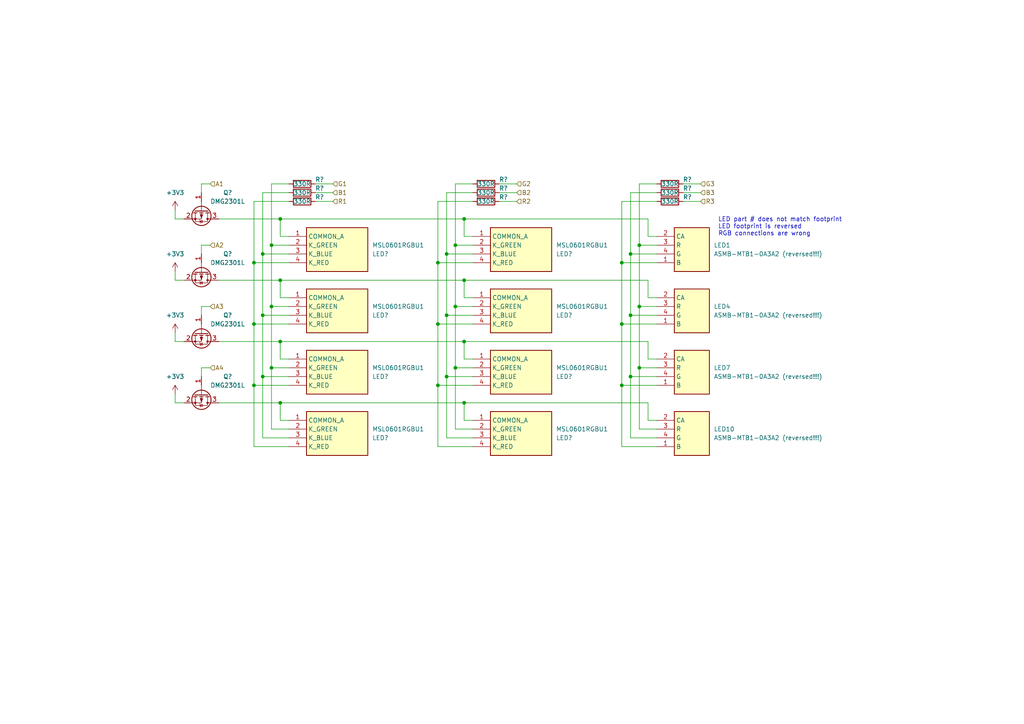
<source format=kicad_sch>
(kicad_sch (version 20230121) (generator eeschema)
  (paper "A4")
  (lib_symbols
    (symbol "Device:R" (pin_numbers hide) (pin_names (offset 0))
      (property "Reference" "R" (at 2.032 0 90))
      (property "Value" "R" (at 0 0 90))
      (symbol "R_0_1"
        (rectangle (start -1.016 -2.54) (end 1.016 2.54) (stroke (width 0.254)))
      )
      (symbol "R_1_1"
        (pin passive line (at 0 3.81 270) (length 1.27) (name "~") (number "1"))
        (pin passive line (at 0 -3.81 90) (length 1.27) (name "~") (number "2"))
      )
    )
    (symbol "HSMF-A341-A00J1:HSMF-A341-A00J1"
      (property "Reference" "LED" (at 0 7.62 0))
      (property "Value" "HSMF-A341-A00J1" (at 0 5.08 0))
      (symbol "HSMF-A341-A00J1_1_1"
        (rectangle (start 5.08 2.54) (end 15.24 -10.16) (stroke (width 0.254)) (fill (type background)))
        (pin passive line (at 0 -7.62 0) (length 5.08) (name "B") (number "1"))
        (pin passive line (at 0 0 0) (length 5.08) (name "CA") (number "2"))
        (pin passive line (at 0 -2.54 0) (length 5.08) (name "R") (number "3"))
        (pin passive line (at 0 -5.08 0) (length 5.08) (name "G") (number "4"))
      )
    )
    (symbol "MSL0601RGBU1:MSL0601RGBU1"
      (property "Reference" "LED" (at 24.13 7.62 0))
      (property "Value" "MSL0601RGBU1" (at 24.13 5.08 0))
      (symbol "MSL0601RGBU1_1_1"
        (rectangle (start 5.08 2.54) (end 22.86 -10.16) (stroke (width 0.254)) (fill (type background)))
        (pin passive line (at 0 -7.62 0) (length 5.08) (name "COMMON_A") (number "1"))
        (pin passive line (at 0 -5.08 0) (length 5.08) (name "K_GREEN") (number "2"))
        (pin passive line (at 0 -2.54 0) (length 5.08) (name "K_BLUE") (number "3"))
        (pin passive line (at 0 0 0) (length 5.08) (name "K_RED") (number "4"))
      )
    )
    (symbol "Transistor_FET:DMG2301L" (pin_names hide)
      (property "Reference" "Q" (at 5.08 1.905 0))
      (property "Value" "DMG2301L" (at 5.08 0 0))
      (symbol "DMG2301L_0_1"
        (polyline (pts (xy 0.254 0) (xy -2.54 0)))
        (polyline (pts (xy 0.254 1.905) (xy 0.254 -1.905)) (stroke (width 0.254)))
        (polyline (pts (xy 0.762 -1.27) (xy 0.762 -2.286)) (stroke (width 0.254)))
        (polyline (pts (xy 0.762 0.508) (xy 0.762 -0.508)) (stroke (width 0.254)))
        (polyline (pts (xy 0.762 2.286) (xy 0.762 1.27)) (stroke (width 0.254)))
        (polyline (pts (xy 2.54 2.54) (xy 2.54 1.778)))
        (polyline (pts (xy 2.54 -2.54) (xy 2.54 0) (xy 0.762 0)))
        (polyline (pts (xy 0.762 1.778) (xy 3.302 1.778) (xy 3.302 -1.778) (xy 0.762 -1.778)))
        (polyline (pts (xy 2.286 0) (xy 1.27 0.381) (xy 1.27 -0.381) (xy 2.286 0)) (fill (type outline)))
        (polyline (pts (xy 2.794 -0.508) (xy 2.921 -0.381) (xy 3.683 -0.381) (xy 3.81 -0.254)))
        (polyline (pts (xy 3.302 -0.381) (xy 2.921 0.254) (xy 3.683 0.254) (xy 3.302 -0.381)))
        (circle (center 1.651 0) (radius 2.794) (stroke (width 0.254)))
        (circle (center 2.54 -1.778) (radius 0.254) (fill (type outline)))
        (circle (center 2.54 1.778) (radius 0.254) (fill (type outline)))
      )
      (symbol "DMG2301L_1_1"
        (pin input line (at -5.08 0 0) (length 2.54) (name "G") (number "1"))
        (pin passive line (at 2.54 -5.08 90) (length 2.54) (name "S") (number "2"))
        (pin passive line (at 2.54 5.08 270) (length 2.54) (name "D") (number "3"))
      )
    )
    (symbol "power:+3V3" (power) (pin_names (offset 0))
      (property "Value" "+3V3" (at 0 3.556 0))
      (symbol "+3V3_0_1"
        (polyline (pts (xy -0.762 1.27) (xy 0 2.54)))
        (polyline (pts (xy 0 0) (xy 0 2.54)))
        (polyline (pts (xy 0 2.54) (xy 0.762 1.27)))
      )
      (symbol "+3V3_1_1"
        (pin power_in line (at 0 0 90) (length 0) hide (name "+3V3") (number "1"))
      )
    )
  )
  (junction (at 81.28 81.28))
  (junction (at 134.62 63.5))
  (junction (at 78.74 88.9))
  (junction (at 78.74 71.12))
  (junction (at 129.54 91.44))
  (junction (at 180.34 111.76))
  (junction (at 180.34 76.2))
  (junction (at 73.66 93.98))
  (junction (at 81.28 116.84))
  (junction (at 127 76.2))
  (junction (at 81.28 99.06))
  (junction (at 129.54 73.66))
  (junction (at 81.28 63.5))
  (junction (at 134.62 99.06))
  (junction (at 76.2 73.66))
  (junction (at 132.08 88.9))
  (junction (at 78.74 106.68))
  (junction (at 127 93.98))
  (junction (at 132.08 106.68))
  (junction (at 73.66 76.2))
  (junction (at 182.88 109.22))
  (junction (at 134.62 116.84))
  (junction (at 134.62 81.28))
  (junction (at 185.42 71.12))
  (junction (at 180.34 93.98))
  (junction (at 73.66 111.76))
  (junction (at 185.42 106.68))
  (junction (at 185.42 88.9))
  (junction (at 76.2 109.22))
  (junction (at 182.88 73.66))
  (junction (at 129.54 109.22))
  (junction (at 132.08 71.12))
  (junction (at 76.2 91.44))
  (junction (at 182.88 91.44))
  (junction (at 127 111.76))
  (wire (pts (xy 185.42 106.68) (xy 185.42 88.9)))
  (wire (pts (xy 50.8 81.28) (xy 53.34 81.28)))
  (wire (pts (xy 180.34 111.76) (xy 190.5 111.76)))
  (wire (pts (xy 63.5 81.28) (xy 81.28 81.28)))
  (wire (pts (xy 190.5 55.88) (xy 182.88 55.88)))
  (wire (pts (xy 134.62 116.84) (xy 134.62 121.92)))
  (wire (pts (xy 180.34 93.98) (xy 190.5 93.98)))
  (wire (pts (xy 127 76.2) (xy 137.16 76.2)))
  (wire (pts (xy 91.44 53.34) (xy 96.52 53.34)))
  (wire (pts (xy 180.34 58.42) (xy 190.5 58.42)))
  (wire (pts (xy 81.28 81.28) (xy 81.28 86.36)))
  (wire (pts (xy 132.08 88.9) (xy 137.16 88.9)))
  (wire (pts (xy 127 111.76) (xy 137.16 111.76)))
  (wire (pts (xy 187.96 86.36) (xy 190.5 86.36)))
  (wire (pts (xy 76.2 91.44) (xy 83.82 91.44)))
  (wire (pts (xy 185.42 106.68) (xy 190.5 106.68)))
  (wire (pts (xy 180.34 129.54) (xy 180.34 111.76)))
  (wire (pts (xy 60.96 106.68) (xy 58.42 106.68)))
  (wire (pts (xy 78.74 106.68) (xy 78.74 124.46)))
  (wire (pts (xy 78.74 71.12) (xy 78.74 53.34)))
  (wire (pts (xy 132.08 53.34) (xy 137.16 53.34)))
  (wire (pts (xy 137.16 55.88) (xy 129.54 55.88)))
  (wire (pts (xy 134.62 63.5) (xy 187.96 63.5)))
  (wire (pts (xy 187.96 63.5) (xy 187.96 68.58)))
  (wire (pts (xy 78.74 88.9) (xy 83.82 88.9)))
  (wire (pts (xy 134.62 81.28) (xy 134.62 86.36)))
  (wire (pts (xy 73.66 58.42) (xy 83.82 58.42)))
  (wire (pts (xy 129.54 91.44) (xy 129.54 109.22)))
  (wire (pts (xy 180.34 111.76) (xy 180.34 93.98)))
  (wire (pts (xy 91.44 58.42) (xy 96.52 58.42)))
  (wire (pts (xy 60.96 53.34) (xy 58.42 53.34)))
  (wire (pts (xy 129.54 91.44) (xy 137.16 91.44)))
  (wire (pts (xy 127 111.76) (xy 127 93.98)))
  (wire (pts (xy 185.42 53.34) (xy 190.5 53.34)))
  (wire (pts (xy 198.12 53.34) (xy 203.2 53.34)))
  (wire (pts (xy 58.42 88.9) (xy 58.42 91.44)))
  (wire (pts (xy 144.78 55.88) (xy 149.86 55.88)))
  (wire (pts (xy 127 129.54) (xy 127 111.76)))
  (wire (pts (xy 60.96 88.9) (xy 58.42 88.9)))
  (wire (pts (xy 144.78 53.34) (xy 149.86 53.34)))
  (wire (pts (xy 182.88 73.66) (xy 182.88 91.44)))
  (wire (pts (xy 73.66 93.98) (xy 83.82 93.98)))
  (wire (pts (xy 180.34 93.98) (xy 180.34 76.2)))
  (wire (pts (xy 73.66 111.76) (xy 73.66 129.54)))
  (wire (pts (xy 58.42 71.12) (xy 58.42 73.66)))
  (wire (pts (xy 81.28 86.36) (xy 83.82 86.36)))
  (wire (pts (xy 134.62 86.36) (xy 137.16 86.36)))
  (wire (pts (xy 190.5 124.46) (xy 185.42 124.46)))
  (wire (pts (xy 185.42 53.34) (xy 185.42 71.12)))
  (wire (pts (xy 185.42 88.9) (xy 185.42 71.12)))
  (wire (pts (xy 132.08 53.34) (xy 132.08 71.12)))
  (wire (pts (xy 134.62 63.5) (xy 134.62 68.58)))
  (wire (pts (xy 73.66 93.98) (xy 73.66 111.76)))
  (wire (pts (xy 180.34 76.2) (xy 190.5 76.2)))
  (wire (pts (xy 73.66 76.2) (xy 73.66 58.42)))
  (wire (pts (xy 134.62 81.28) (xy 81.28 81.28)))
  (wire (pts (xy 78.74 88.9) (xy 78.74 106.68)))
  (wire (pts (xy 50.8 96.52) (xy 50.8 99.06)))
  (wire (pts (xy 83.82 76.2) (xy 73.66 76.2)))
  (wire (pts (xy 129.54 73.66) (xy 129.54 91.44)))
  (wire (pts (xy 134.62 116.84) (xy 187.96 116.84)))
  (wire (pts (xy 137.16 124.46) (xy 132.08 124.46)))
  (wire (pts (xy 185.42 88.9) (xy 190.5 88.9)))
  (wire (pts (xy 132.08 71.12) (xy 137.16 71.12)))
  (wire (pts (xy 187.96 104.14) (xy 187.96 99.06)))
  (wire (pts (xy 182.88 109.22) (xy 190.5 109.22)))
  (wire (pts (xy 50.8 114.3) (xy 50.8 116.84)))
  (wire (pts (xy 83.82 71.12) (xy 78.74 71.12)))
  (wire (pts (xy 132.08 124.46) (xy 132.08 106.68)))
  (wire (pts (xy 137.16 129.54) (xy 127 129.54)))
  (wire (pts (xy 182.88 55.88) (xy 182.88 73.66)))
  (wire (pts (xy 76.2 91.44) (xy 76.2 109.22)))
  (wire (pts (xy 134.62 99.06) (xy 81.28 99.06)))
  (wire (pts (xy 180.34 58.42) (xy 180.34 76.2)))
  (wire (pts (xy 58.42 53.34) (xy 58.42 55.88)))
  (wire (pts (xy 83.82 73.66) (xy 76.2 73.66)))
  (wire (pts (xy 132.08 106.68) (xy 137.16 106.68)))
  (wire (pts (xy 50.8 99.06) (xy 53.34 99.06)))
  (wire (pts (xy 134.62 116.84) (xy 81.28 116.84)))
  (wire (pts (xy 83.82 68.58) (xy 81.28 68.58)))
  (wire (pts (xy 129.54 127) (xy 137.16 127)))
  (wire (pts (xy 187.96 86.36) (xy 187.96 81.28)))
  (wire (pts (xy 76.2 109.22) (xy 83.82 109.22)))
  (wire (pts (xy 134.62 104.14) (xy 137.16 104.14)))
  (wire (pts (xy 134.62 99.06) (xy 134.62 104.14)))
  (wire (pts (xy 144.78 58.42) (xy 149.86 58.42)))
  (wire (pts (xy 63.5 99.06) (xy 81.28 99.06)))
  (wire (pts (xy 50.8 116.84) (xy 53.34 116.84)))
  (wire (pts (xy 127 58.42) (xy 137.16 58.42)))
  (wire (pts (xy 198.12 58.42) (xy 203.2 58.42)))
  (wire (pts (xy 187.96 104.14) (xy 190.5 104.14)))
  (wire (pts (xy 50.8 60.96) (xy 50.8 63.5)))
  (wire (pts (xy 81.28 63.5) (xy 134.62 63.5)))
  (wire (pts (xy 134.62 81.28) (xy 187.96 81.28)))
  (wire (pts (xy 58.42 106.68) (xy 58.42 109.22)))
  (wire (pts (xy 78.74 106.68) (xy 83.82 106.68)))
  (wire (pts (xy 137.16 68.58) (xy 134.62 68.58)))
  (wire (pts (xy 129.54 55.88) (xy 129.54 73.66)))
  (wire (pts (xy 127 93.98) (xy 137.16 93.98)))
  (wire (pts (xy 134.62 99.06) (xy 187.96 99.06)))
  (wire (pts (xy 76.2 109.22) (xy 76.2 127)))
  (wire (pts (xy 78.74 53.34) (xy 83.82 53.34)))
  (wire (pts (xy 63.5 63.5) (xy 81.28 63.5)))
  (wire (pts (xy 60.96 71.12) (xy 58.42 71.12)))
  (wire (pts (xy 76.2 73.66) (xy 76.2 91.44)))
  (wire (pts (xy 50.8 78.74) (xy 50.8 81.28)))
  (wire (pts (xy 190.5 129.54) (xy 180.34 129.54)))
  (wire (pts (xy 73.66 76.2) (xy 73.66 93.98)))
  (wire (pts (xy 185.42 71.12) (xy 190.5 71.12)))
  (wire (pts (xy 73.66 129.54) (xy 83.82 129.54)))
  (wire (pts (xy 129.54 109.22) (xy 129.54 127)))
  (wire (pts (xy 185.42 124.46) (xy 185.42 106.68)))
  (wire (pts (xy 182.88 91.44) (xy 190.5 91.44)))
  (wire (pts (xy 182.88 127) (xy 190.5 127)))
  (wire (pts (xy 81.28 121.92) (xy 83.82 121.92)))
  (wire (pts (xy 198.12 55.88) (xy 203.2 55.88)))
  (wire (pts (xy 129.54 109.22) (xy 137.16 109.22)))
  (wire (pts (xy 190.5 73.66) (xy 182.88 73.66)))
  (wire (pts (xy 50.8 63.5) (xy 53.34 63.5)))
  (wire (pts (xy 63.5 116.84) (xy 81.28 116.84)))
  (wire (pts (xy 73.66 111.76) (xy 83.82 111.76)))
  (wire (pts (xy 81.28 68.58) (xy 81.28 63.5)))
  (wire (pts (xy 182.88 91.44) (xy 182.88 109.22)))
  (wire (pts (xy 132.08 88.9) (xy 132.08 71.12)))
  (wire (pts (xy 127 93.98) (xy 127 76.2)))
  (wire (pts (xy 134.62 121.92) (xy 137.16 121.92)))
  (wire (pts (xy 81.28 116.84) (xy 81.28 121.92)))
  (wire (pts (xy 187.96 121.92) (xy 190.5 121.92)))
  (wire (pts (xy 76.2 127) (xy 83.82 127)))
  (wire (pts (xy 182.88 109.22) (xy 182.88 127)))
  (wire (pts (xy 127 58.42) (xy 127 76.2)))
  (wire (pts (xy 81.28 99.06) (xy 81.28 104.14)))
  (wire (pts (xy 190.5 68.58) (xy 187.96 68.58)))
  (wire (pts (xy 78.74 124.46) (xy 83.82 124.46)))
  (wire (pts (xy 132.08 106.68) (xy 132.08 88.9)))
  (wire (pts (xy 81.28 104.14) (xy 83.82 104.14)))
  (wire (pts (xy 78.74 71.12) (xy 78.74 88.9)))
  (wire (pts (xy 91.44 55.88) (xy 96.52 55.88)))
  (wire (pts (xy 83.82 55.88) (xy 76.2 55.88)))
  (wire (pts (xy 137.16 73.66) (xy 129.54 73.66)))
  (wire (pts (xy 76.2 55.88) (xy 76.2 73.66)))
  (wire (pts (xy 187.96 121.92) (xy 187.96 116.84)))
  (text "LED part # does not match footprint\nLED footprint is reversed\nRGB connections are wrong" (at 208.28 68.58 0) (effects (font (size 1.27 1.27)) (justify left bottom)))
  (hierarchical_label "R2" (shape input) (at 149.86 58.42 0))
  (hierarchical_label "G2" (shape input) (at 149.86 53.34 0))
  (hierarchical_label "A2" (shape input) (at 60.96 71.12 0))
  (hierarchical_label "G3" (shape input) (at 203.2 53.34 0))
  (hierarchical_label "A3" (shape input) (at 60.96 88.9 0))
  (hierarchical_label "A4" (shape input) (at 60.96 106.68 0))
  (hierarchical_label "R3" (shape input) (at 203.2 58.42 0))
  (hierarchical_label "G1" (shape input) (at 96.52 53.34 0))
  (hierarchical_label "A1" (shape input) (at 60.96 53.34 0))
  (hierarchical_label "R1" (shape input) (at 96.52 58.42 0))
  (hierarchical_label "B3" (shape input) (at 203.2 55.88 0))
  (hierarchical_label "B2" (shape input) (at 149.86 55.88 0))
  (hierarchical_label "B1" (shape input) (at 96.52 55.88 0))
  (symbol (lib_id "power:+3V3") (at 50.8 78.74 0) (unit 1)
    (property "Reference" "#PWR053" (effects hide))
    (property "Value" "+3V3" (at 50.8 73.66 0))
  )
  (symbol (lib_id "Device:R") (at 194.31 58.42 270) (mirror x) (unit 1)
    (property "Reference" "R?" (at 199.39 57.15 90))
    (property "Value" "330R" (at 194.31 58.42 90))
    (property "Footprint" "Resistor_SMD:R_0402_1005Metric_Pad0.72x0.64mm_HandSolder" (effects hide))
    (instances (project "portal_lights" (path "" (reference "R?") (unit 1)) (path "" (reference "R?") (unit 1)) (path "" (reference "R25") (unit 1))))
  )
  (symbol (lib_id "Transistor_FET:DMG2301L") (at 58.42 114.3 270) (unit 1)
    (property "Reference" "Q?" (at 66.04 109.22 90))
    (property "Value" "DMG2301L" (at 66.04 111.76 90))
    (property "Footprint" "Package_TO_SOT_SMD:SOT-23" (effects hide))
    (property "Datasheet" "https://www.diodes.com/assets/Datasheets/DMG2301L.pdf" (effects hide))
    (instances (project "portal_lights" (path "" (reference "Q?") (unit 1)) (path "" (reference "Q4") (unit 1))))
  )
  (symbol (lib_id "Transistor_FET:DMG2301L") (at 58.42 96.52 270) (unit 1)
    (property "Reference" "Q?" (at 66.04 91.44 90))
    (property "Value" "DMG2301L" (at 66.04 93.98 90))
    (property "Footprint" "Package_TO_SOT_SMD:SOT-23" (effects hide))
    (property "Datasheet" "https://www.diodes.com/assets/Datasheets/DMG2301L.pdf" (effects hide))
    (instances (project "portal_lights" (path "" (reference "Q?") (unit 1)) (path "" (reference "Q3") (unit 1))))
  )
  (symbol (lib_id "MSL0601RGBU1:MSL0601RGBU1") (at 137.16 76.2 0) (mirror x) (unit 1)
    (property "Reference" "LED?" (at 161.29 73.66 0) (effects (justify left)))
    (property "Value" "MSL0601RGBU1" (at 161.29 71.12 0) (effects (justify left)))
    (property "Footprint" "Library:MSL0601RGBU1" (effects hide))
    (property "Datasheet" "https://datasheet.datasheetarchive.com/originals/distributors/DKDS42/DSANUWW0049811.pdf" (effects hide))
    (property "Height" "1.35" (effects hide))
    (property "Mouser Part Number" "755-MSL0601RGBU1" (effects hide))
    (property "Mouser Price/Stock" "https://www.mouser.co.uk/ProductDetail/ROHM-Semiconductor/MSL0601RGBU1?qs=F5EMLAvA7IAg0rK0mfHa6w%3D%3D" (effects hide))
    (property "Manufacturer_Name" "ROHM Semiconductor" (effects hide))
    (property "Manufacturer_Part_Number" "MSL0601RGBU1" (effects hide))
    (instances (project "portal_lights" (path "" (reference "LED?") (unit 1)) (path "" (reference "LED3") (unit 1))))
  )
  (symbol (lib_id "MSL0601RGBU1:MSL0601RGBU1") (at 83.82 93.98 0) (mirror x) (unit 1)
    (property "Reference" "LED?" (at 107.95 91.44 0) (effects (justify left)))
    (property "Value" "MSL0601RGBU1" (at 107.95 88.9 0) (effects (justify left)))
    (property "Footprint" "Library:MSL0601RGBU1" (effects hide))
    (property "Datasheet" "https://datasheet.datasheetarchive.com/originals/distributors/DKDS42/DSANUWW0049811.pdf" (effects hide))
    (property "Height" "1.35" (effects hide))
    (property "Mouser Part Number" "755-MSL0601RGBU1" (effects hide))
    (property "Mouser Price/Stock" "https://www.mouser.co.uk/ProductDetail/ROHM-Semiconductor/MSL0601RGBU1?qs=F5EMLAvA7IAg0rK0mfHa6w%3D%3D" (effects hide))
    (property "Manufacturer_Name" "ROHM Semiconductor" (effects hide))
    (property "Manufacturer_Part_Number" "MSL0601RGBU1" (effects hide))
    (instances (project "portal_lights" (path "" (reference "LED?") (unit 1)) (path "" (reference "LED5") (unit 1))))
  )
  (symbol (lib_id "power:+3V3") (at 50.8 60.96 0) (unit 1)
    (property "Reference" "#PWR052" (effects hide))
    (property "Value" "+3V3" (at 50.8 55.88 0))
  )
  (symbol (lib_id "Device:R") (at 87.63 58.42 270) (mirror x) (unit 1)
    (property "Reference" "R?" (at 92.71 57.15 90))
    (property "Value" "330R" (at 87.63 58.42 90))
    (property "Footprint" "Resistor_SMD:R_0402_1005Metric_Pad0.72x0.64mm_HandSolder" (effects hide))
    (instances (project "portal_lights" (path "" (reference "R?") (unit 1)) (path "" (reference "R?") (unit 1)) (path "" (reference "R23") (unit 1))))
  )
  (symbol (lib_id "Transistor_FET:DMG2301L") (at 58.42 78.74 270) (unit 1)
    (property "Reference" "Q?" (at 66.04 73.66 90))
    (property "Value" "DMG2301L" (at 66.04 76.2 90))
    (property "Footprint" "Package_TO_SOT_SMD:SOT-23" (effects hide))
    (property "Datasheet" "https://www.diodes.com/assets/Datasheets/DMG2301L.pdf" (effects hide))
    (instances (project "portal_lights" (path "" (reference "Q?") (unit 1)) (path "" (reference "Q2") (unit 1))))
  )
  (symbol (lib_id "Device:R") (at 87.63 55.88 270) (mirror x) (unit 1)
    (property "Reference" "R?" (at 92.71 54.61 90))
    (property "Value" "330R" (at 87.63 55.88 90))
    (property "Footprint" "Resistor_SMD:R_0402_1005Metric_Pad0.72x0.64mm_HandSolder" (effects hide))
    (instances (project "portal_lights" (path "" (reference "R?") (unit 1)) (path "" (reference "R?") (unit 1)) (path "" (reference "R20") (unit 1))))
  )
  (symbol (lib_id "HSMF-A341-A00J1:HSMF-A341-A00J1") (at 190.5 104.14 0) (unit 1)
    (property "Reference" "LED7" (at 207.01 106.68 0) (effects (justify left)))
    (property "Value" "ASMB-MTB1-0A3A2 (reversed!!!)" (at 207.01 109.22 0) (effects (justify left)))
    (property "Footprint" "Library:HSMFA341A00J1" (effects hide))
    (property "Datasheet" "https://docs.broadcom.com/docs/AV02-0501EN" (effects hide))
    (property "Height" "2.1" (effects hide))
    (property "Mouser Part Number" "630-HSMF-A341-A00J1" (effects hide))
    (property "Mouser Price/Stock" "https://www.mouser.co.uk/ProductDetail/Broadcom-Avago/HSMF-A341-A00J1?qs=YDL0qNrpDT5s6%2F5XS39uEQ%3D%3D" (effects hide))
    (property "Manufacturer_Name" "Avago Technologies" (effects hide))
    (property "Manufacturer_Part_Number" "HSMF-A341-A00J1" (effects hide))
  )
  (symbol (lib_id "MSL0601RGBU1:MSL0601RGBU1") (at 83.82 111.76 0) (mirror x) (unit 1)
    (property "Reference" "LED?" (at 107.95 109.22 0) (effects (justify left)))
    (property "Value" "MSL0601RGBU1" (at 107.95 106.68 0) (effects (justify left)))
    (property "Footprint" "Library:MSL0601RGBU1" (effects hide))
    (property "Datasheet" "https://datasheet.datasheetarchive.com/originals/distributors/DKDS42/DSANUWW0049811.pdf" (effects hide))
    (property "Height" "1.35" (effects hide))
    (property "Mouser Part Number" "755-MSL0601RGBU1" (effects hide))
    (property "Mouser Price/Stock" "https://www.mouser.co.uk/ProductDetail/ROHM-Semiconductor/MSL0601RGBU1?qs=F5EMLAvA7IAg0rK0mfHa6w%3D%3D" (effects hide))
    (property "Manufacturer_Name" "ROHM Semiconductor" (effects hide))
    (property "Manufacturer_Part_Number" "MSL0601RGBU1" (effects hide))
    (instances (project "portal_lights" (path "" (reference "LED?") (unit 1)) (path "" (reference "LED8") (unit 1))))
  )
  (symbol (lib_id "Device:R") (at 194.31 53.34 270) (mirror x) (unit 1)
    (property "Reference" "R?" (at 199.39 52.07 90))
    (property "Value" "330R" (at 194.31 53.34 90))
    (property "Footprint" "Resistor_SMD:R_0402_1005Metric_Pad0.72x0.64mm_HandSolder" (effects hide))
    (instances (project "portal_lights" (path "" (reference "R?") (unit 1)) (path "" (reference "R?") (unit 1)) (path "" (reference "R19") (unit 1))))
  )
  (symbol (lib_id "MSL0601RGBU1:MSL0601RGBU1") (at 83.82 129.54 0) (mirror x) (unit 1)
    (property "Reference" "LED?" (at 107.95 127 0) (effects (justify left)))
    (property "Value" "MSL0601RGBU1" (at 107.95 124.46 0) (effects (justify left)))
    (property "Footprint" "Library:MSL0601RGBU1" (effects hide))
    (property "Datasheet" "https://datasheet.datasheetarchive.com/originals/distributors/DKDS42/DSANUWW0049811.pdf" (effects hide))
    (property "Height" "1.35" (effects hide))
    (property "Mouser Part Number" "755-MSL0601RGBU1" (effects hide))
    (property "Mouser Price/Stock" "https://www.mouser.co.uk/ProductDetail/ROHM-Semiconductor/MSL0601RGBU1?qs=F5EMLAvA7IAg0rK0mfHa6w%3D%3D" (effects hide))
    (property "Manufacturer_Name" "ROHM Semiconductor" (effects hide))
    (property "Manufacturer_Part_Number" "MSL0601RGBU1" (effects hide))
    (instances (project "portal_lights" (path "" (reference "LED?") (unit 1)) (path "" (reference "LED11") (unit 1))))
  )
  (symbol (lib_id "power:+3V3") (at 50.8 96.52 0) (unit 1)
    (property "Reference" "#PWR054" (effects hide))
    (property "Value" "+3V3" (at 50.8 91.44 0))
  )
  (symbol (lib_id "HSMF-A341-A00J1:HSMF-A341-A00J1") (at 190.5 68.58 0) (unit 1)
    (property "Reference" "LED1" (at 207.01 71.12 0) (effects (justify left)))
    (property "Value" "ASMB-MTB1-0A3A2 (reversed!!!)" (at 207.01 73.66 0) (effects (justify left)))
    (property "Footprint" "Library:HSMFA341A00J1" (effects hide))
    (property "Datasheet" "https://docs.broadcom.com/docs/AV02-0501EN" (effects hide))
    (property "Height" "2.1" (effects hide))
    (property "Mouser Part Number" "630-HSMF-A341-A00J1" (effects hide))
    (property "Mouser Price/Stock" "https://www.mouser.co.uk/ProductDetail/Broadcom-Avago/HSMF-A341-A00J1?qs=YDL0qNrpDT5s6%2F5XS39uEQ%3D%3D" (effects hide))
    (property "Manufacturer_Name" "Avago Technologies" (effects hide))
    (property "Manufacturer_Part_Number" "HSMF-A341-A00J1" (effects hide))
  )
  (symbol (lib_id "HSMF-A341-A00J1:HSMF-A341-A00J1") (at 190.5 121.92 0) (unit 1)
    (property "Reference" "LED10" (at 207.01 124.46 0) (effects (justify left)))
    (property "Value" "ASMB-MTB1-0A3A2 (reversed!!!)" (at 207.01 127 0) (effects (justify left)))
    (property "Footprint" "Library:HSMFA341A00J1" (effects hide))
    (property "Datasheet" "https://docs.broadcom.com/docs/AV02-0501EN" (effects hide))
    (property "Height" "2.1" (effects hide))
    (property "Mouser Part Number" "630-HSMF-A341-A00J1" (effects hide))
    (property "Mouser Price/Stock" "https://www.mouser.co.uk/ProductDetail/Broadcom-Avago/HSMF-A341-A00J1?qs=YDL0qNrpDT5s6%2F5XS39uEQ%3D%3D" (effects hide))
    (property "Manufacturer_Name" "Avago Technologies" (effects hide))
    (property "Manufacturer_Part_Number" "HSMF-A341-A00J1" (effects hide))
  )
  (symbol (lib_id "MSL0601RGBU1:MSL0601RGBU1") (at 137.16 111.76 0) (mirror x) (unit 1)
    (property "Reference" "LED?" (at 161.29 109.22 0) (effects (justify left)))
    (property "Value" "MSL0601RGBU1" (at 161.29 106.68 0) (effects (justify left)))
    (property "Footprint" "Library:MSL0601RGBU1" (effects hide))
    (property "Datasheet" "https://datasheet.datasheetarchive.com/originals/distributors/DKDS42/DSANUWW0049811.pdf" (effects hide))
    (property "Height" "1.35" (effects hide))
    (property "Mouser Part Number" "755-MSL0601RGBU1" (effects hide))
    (property "Mouser Price/Stock" "https://www.mouser.co.uk/ProductDetail/ROHM-Semiconductor/MSL0601RGBU1?qs=F5EMLAvA7IAg0rK0mfHa6w%3D%3D" (effects hide))
    (property "Manufacturer_Name" "ROHM Semiconductor" (effects hide))
    (property "Manufacturer_Part_Number" "MSL0601RGBU1" (effects hide))
    (instances (project "portal_lights" (path "" (reference "LED?") (unit 1)) (path "" (reference "LED9") (unit 1))))
  )
  (symbol (lib_id "MSL0601RGBU1:MSL0601RGBU1") (at 137.16 93.98 0) (mirror x) (unit 1)
    (property "Reference" "LED?" (at 161.29 91.44 0) (effects (justify left)))
    (property "Value" "MSL0601RGBU1" (at 161.29 88.9 0) (effects (justify left)))
    (property "Footprint" "Library:MSL0601RGBU1" (effects hide))
    (property "Datasheet" "https://datasheet.datasheetarchive.com/originals/distributors/DKDS42/DSANUWW0049811.pdf" (effects hide))
    (property "Height" "1.35" (effects hide))
    (property "Mouser Part Number" "755-MSL0601RGBU1" (effects hide))
    (property "Mouser Price/Stock" "https://www.mouser.co.uk/ProductDetail/ROHM-Semiconductor/MSL0601RGBU1?qs=F5EMLAvA7IAg0rK0mfHa6w%3D%3D" (effects hide))
    (property "Manufacturer_Name" "ROHM Semiconductor" (effects hide))
    (property "Manufacturer_Part_Number" "MSL0601RGBU1" (effects hide))
    (instances (project "portal_lights" (path "" (reference "LED?") (unit 1)) (path "" (reference "LED6") (unit 1))))
  )
  (symbol (lib_id "Device:R") (at 140.97 55.88 270) (mirror x) (unit 1)
    (property "Reference" "R?" (at 146.05 54.61 90))
    (property "Value" "330R" (at 140.97 55.88 90))
    (property "Footprint" "Resistor_SMD:R_0402_1005Metric_Pad0.72x0.64mm_HandSolder" (effects hide))
    (instances (project "portal_lights" (path "" (reference "R?") (unit 1)) (path "" (reference "R?") (unit 1)) (path "" (reference "R21") (unit 1))))
  )
  (symbol (lib_id "Device:R") (at 194.31 55.88 270) (mirror x) (unit 1)
    (property "Reference" "R?" (at 199.39 54.61 90))
    (property "Value" "330R" (at 194.31 55.88 90))
    (property "Footprint" "Resistor_SMD:R_0402_1005Metric_Pad0.72x0.64mm_HandSolder" (effects hide))
    (instances (project "portal_lights" (path "" (reference "R?") (unit 1)) (path "" (reference "R?") (unit 1)) (path "" (reference "R22") (unit 1))))
  )
  (symbol (lib_id "Device:R") (at 140.97 53.34 270) (mirror x) (unit 1)
    (property "Reference" "R?" (at 146.05 52.07 90))
    (property "Value" "330R" (at 140.97 53.34 90))
    (property "Footprint" "Resistor_SMD:R_0402_1005Metric_Pad0.72x0.64mm_HandSolder" (effects hide))
    (instances (project "portal_lights" (path "" (reference "R?") (unit 1)) (path "" (reference "R?") (unit 1)) (path "" (reference "R18") (unit 1))))
  )
  (symbol (lib_id "HSMF-A341-A00J1:HSMF-A341-A00J1") (at 190.5 86.36 0) (unit 1)
    (property "Reference" "LED4" (at 207.01 88.9 0) (effects (justify left)))
    (property "Value" "ASMB-MTB1-0A3A2 (reversed!!!)" (at 207.01 91.44 0) (effects (justify left)))
    (property "Footprint" "Library:HSMFA341A00J1" (effects hide))
    (property "Datasheet" "https://docs.broadcom.com/docs/AV02-0501EN" (effects hide))
    (property "Height" "2.1" (effects hide))
    (property "Mouser Part Number" "630-HSMF-A341-A00J1" (effects hide))
    (property "Mouser Price/Stock" "https://www.mouser.co.uk/ProductDetail/Broadcom-Avago/HSMF-A341-A00J1?qs=YDL0qNrpDT5s6%2F5XS39uEQ%3D%3D" (effects hide))
    (property "Manufacturer_Name" "Avago Technologies" (effects hide))
    (property "Manufacturer_Part_Number" "HSMF-A341-A00J1" (effects hide))
  )
  (symbol (lib_id "MSL0601RGBU1:MSL0601RGBU1") (at 83.82 76.2 0) (mirror x) (unit 1)
    (property "Reference" "LED?" (at 107.95 73.66 0) (effects (justify left)))
    (property "Value" "MSL0601RGBU1" (at 107.95 71.12 0) (effects (justify left)))
    (property "Footprint" "Library:MSL0601RGBU1" (effects hide))
    (property "Datasheet" "https://datasheet.datasheetarchive.com/originals/distributors/DKDS42/DSANUWW0049811.pdf" (effects hide))
    (property "Height" "1.35" (effects hide))
    (property "Mouser Part Number" "755-MSL0601RGBU1" (effects hide))
    (property "Mouser Price/Stock" "https://www.mouser.co.uk/ProductDetail/ROHM-Semiconductor/MSL0601RGBU1?qs=F5EMLAvA7IAg0rK0mfHa6w%3D%3D" (effects hide))
    (property "Manufacturer_Name" "ROHM Semiconductor" (effects hide))
    (property "Manufacturer_Part_Number" "MSL0601RGBU1" (effects hide))
    (instances (project "portal_lights" (path "" (reference "LED?") (unit 1)) (path "" (reference "LED2") (unit 1))))
  )
  (symbol (lib_id "Transistor_FET:DMG2301L") (at 58.42 60.96 270) (unit 1)
    (property "Reference" "Q?" (at 66.04 55.88 90))
    (property "Value" "DMG2301L" (at 66.04 58.42 90))
    (property "Footprint" "Package_TO_SOT_SMD:SOT-23" (effects hide))
    (property "Datasheet" "https://www.diodes.com/assets/Datasheets/DMG2301L.pdf" (effects hide))
    (instances (project "portal_lights" (path "" (reference "Q?") (unit 1)) (path "" (reference "Q1") (unit 1))))
  )
  (symbol (lib_id "Device:R") (at 87.63 53.34 270) (mirror x) (unit 1)
    (property "Reference" "R?" (at 92.71 52.07 90))
    (property "Value" "330R" (at 87.63 53.34 90))
    (property "Footprint" "Resistor_SMD:R_0402_1005Metric_Pad0.72x0.64mm_HandSolder" (effects hide))
    (instances (project "portal_lights" (path "" (reference "R?") (unit 1)) (path "" (reference "R?") (unit 1)) (path "" (reference "R17") (unit 1))))
  )
  (symbol (lib_id "power:+3V3") (at 50.8 114.3 0) (unit 1)
    (property "Reference" "#PWR055" (effects hide))
    (property "Value" "+3V3" (at 50.8 109.22 0))
  )
  (symbol (lib_id "MSL0601RGBU1:MSL0601RGBU1") (at 137.16 129.54 0) (mirror x) (unit 1)
    (property "Reference" "LED?" (at 161.29 127 0) (effects (justify left)))
    (property "Value" "MSL0601RGBU1" (at 161.29 124.46 0) (effects (justify left)))
    (property "Footprint" "Library:MSL0601RGBU1" (effects hide))
    (property "Datasheet" "https://datasheet.datasheetarchive.com/originals/distributors/DKDS42/DSANUWW0049811.pdf" (effects hide))
    (property "Height" "1.35" (effects hide))
    (property "Mouser Part Number" "755-MSL0601RGBU1" (effects hide))
    (property "Mouser Price/Stock" "https://www.mouser.co.uk/ProductDetail/ROHM-Semiconductor/MSL0601RGBU1?qs=F5EMLAvA7IAg0rK0mfHa6w%3D%3D" (effects hide))
    (property "Manufacturer_Name" "ROHM Semiconductor" (effects hide))
    (property "Manufacturer_Part_Number" "MSL0601RGBU1" (effects hide))
    (instances (project "portal_lights" (path "" (reference "LED?") (unit 1)) (path "" (reference "LED12") (unit 1))))
  )
  (symbol (lib_id "Device:R") (at 140.97 58.42 270) (mirror x) (unit 1)
    (property "Reference" "R?" (at 146.05 57.15 90))
    (property "Value" "330R" (at 140.97 58.42 90))
    (property "Footprint" "Resistor_SMD:R_0402_1005Metric_Pad0.72x0.64mm_HandSolder" (effects hide))
    (instances (project "portal_lights" (path "" (reference "R?") (unit 1)) (path "" (reference "R?") (unit 1)) (path "" (reference "R24") (unit 1))))
  )
)
</source>
